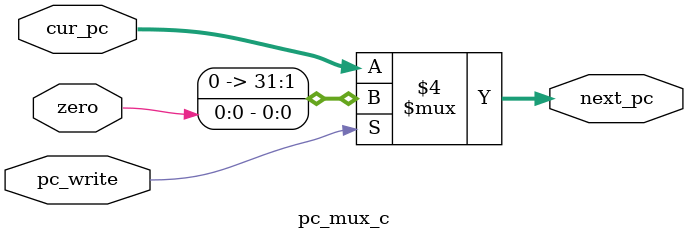
<source format=v>


`timescale 1ns/10ps

module pc_mux_c (
    pc_write,
    cur_pc,
    zero,
    next_pc
);


input pc_write;
input [31:0] cur_pc;
input zero;
output [31:0] next_pc;
reg [31:0] next_pc;






always @(cur_pc, zero, pc_write) begin: PC_MUX_C_LOGIC
    if ((pc_write == 1)) begin
        next_pc = zero;
    end
    else begin
        next_pc = cur_pc;
    end
end

endmodule

</source>
